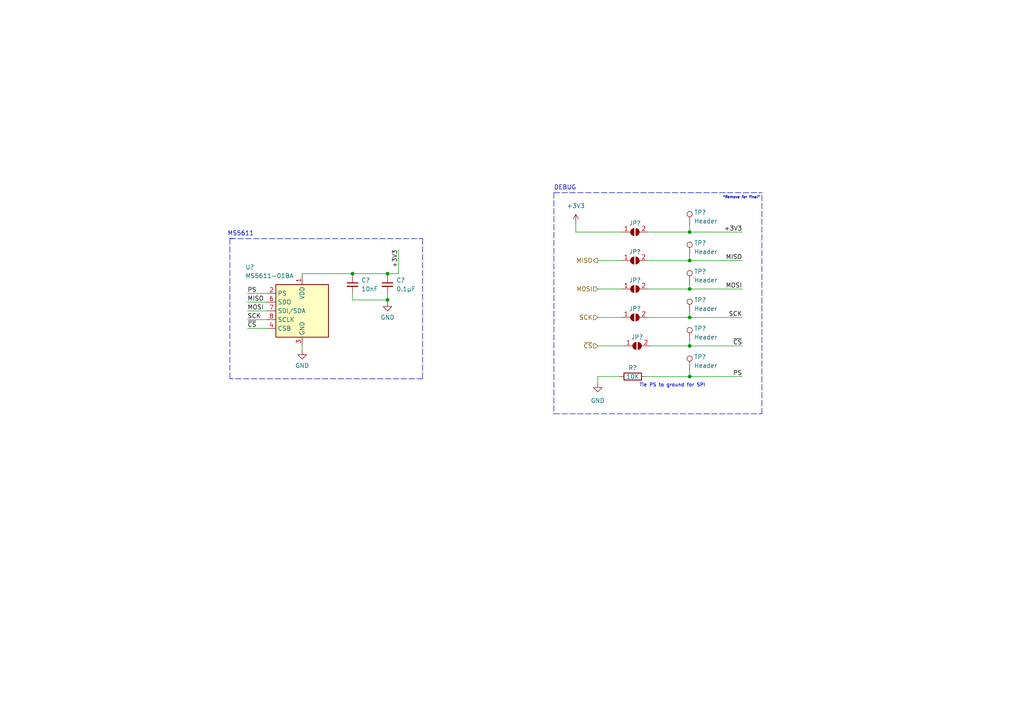
<source format=kicad_sch>
(kicad_sch (version 20211123) (generator eeschema)
  (paper "A4")
  (lib_symbols
    (symbol "Connector:TestPoint" (pin_numbers hide) (pin_names (offset 0.762) hide)
      (property "Reference" "TP" (at 0 6.858 0))
      (property "Value" "TestPoint" (at 0 5.08 0))
      (symbol "TestPoint_0_1"
        (circle (center 0 3.302) (radius 0.762))
      )
      (symbol "TestPoint_1_1"
        (pin passive line (at 0 0 90) (length 2.54) (name "1") (number "1"))
      )
    )
    (symbol "Device:C_Small" (pin_numbers hide) (pin_names (offset 0.254) hide)
      (property "Reference" "C" (at 0.254 1.778 0))
      (property "Value" "C_Small" (at 0.254 -2.032 0))
      (symbol "C_Small_0_1"
        (polyline (pts (xy -1.524 -0.508) (xy 1.524 -0.508)) (stroke (width 0.3302)))
        (polyline (pts (xy -1.524 0.508) (xy 1.524 0.508)) (stroke (width 0.3048)))
      )
      (symbol "C_Small_1_1"
        (pin passive line (at 0 2.54 270) (length 2.032) (name "~") (number "1"))
        (pin passive line (at 0 -2.54 90) (length 2.032) (name "~") (number "2"))
      )
    )
    (symbol "Device:R" (pin_numbers hide) (pin_names (offset 0))
      (property "Reference" "R" (at 2.032 0 90))
      (property "Value" "R" (at 0 0 90))
      (symbol "R_0_1"
        (rectangle (start -1.016 -2.54) (end 1.016 2.54) (stroke (width 0.254)))
      )
      (symbol "R_1_1"
        (pin passive line (at 0 3.81 270) (length 1.27) (name "~") (number "1"))
        (pin passive line (at 0 -3.81 90) (length 1.27) (name "~") (number "2"))
      )
    )
    (symbol "Jumper:SolderJumper_2_Open" (pin_names (offset 0) hide)
      (property "Reference" "JP" (at 0 2.032 0))
      (property "Value" "SolderJumper_2_Open" (at 0 -2.54 0))
      (symbol "SolderJumper_2_Open_0_1"
        (arc (start -0.254 1.016) (mid -1.27 0) (end -0.254 -1.016))
        (arc (start -0.254 1.016) (mid -1.27 0) (end -0.254 -1.016) (fill (type outline)))
        (polyline (pts (xy -0.254 1.016) (xy -0.254 -1.016)))
        (polyline (pts (xy 0.254 1.016) (xy 0.254 -1.016)))
        (arc (start 0.254 -1.016) (mid 1.27 0) (end 0.254 1.016))
        (arc (start 0.254 -1.016) (mid 1.27 0) (end 0.254 1.016) (fill (type outline)))
      )
      (symbol "SolderJumper_2_Open_1_1"
        (pin passive line (at -3.81 0 0) (length 2.54) (name "A") (number "1"))
        (pin passive line (at 3.81 0 180) (length 2.54) (name "B") (number "2"))
      )
    )
    (symbol "Sensor_Pressure:MS5611-01BA"
      (property "Reference" "U" (at -6.35 8.89 0))
      (property "Value" "MS5611-01BA" (at 7.62 8.89 0))
      (symbol "MS5611-01BA_0_1"
        (rectangle (start -7.62 7.62) (end 7.62 -7.62) (stroke (width 0.254)) (fill (type background)))
      )
      (symbol "MS5611-01BA_1_1"
        (pin power_in line (at 0 10.16 270) (length 2.54) (name "VDD") (number "1"))
        (pin input line (at -10.16 5.08 0) (length 2.54) (name "PS") (number "2"))
        (pin power_in line (at 0 -10.16 90) (length 2.54) (name "GND") (number "3"))
        (pin input line (at -10.16 -5.08 0) (length 2.54) (name "CSB") (number "4"))
        (pin input line (at -10.16 -5.08 0) (length 2.54) hide (name "CSB") (number "5"))
        (pin output line (at -10.16 2.54 0) (length 2.54) (name "SDO") (number "6"))
        (pin bidirectional line (at -10.16 0 0) (length 2.54) (name "SDI/SDA") (number "7"))
        (pin input line (at -10.16 -2.54 0) (length 2.54) (name "SCLK") (number "8"))
      )
    )
    (symbol "power:+3V3" (power) (pin_names (offset 0))
      (property "Value" "+3V3" (at 0 3.556 0))
      (symbol "+3V3_0_1"
        (polyline (pts (xy -0.762 1.27) (xy 0 2.54)))
        (polyline (pts (xy 0 0) (xy 0 2.54)))
        (polyline (pts (xy 0 2.54) (xy 0.762 1.27)))
      )
      (symbol "+3V3_1_1"
        (pin power_in line (at 0 0 90) (length 0) hide (name "+3V3") (number "1"))
      )
    )
    (symbol "power:GND" (power) (pin_names (offset 0))
      (property "Value" "GND" (at 0 -3.81 0))
      (symbol "GND_0_1"
        (polyline (pts (xy 0 0) (xy 0 -1.27) (xy 1.27 -1.27) (xy 0 -2.54) (xy -1.27 -1.27) (xy 0 -1.27)))
      )
      (symbol "GND_1_1"
        (pin power_in line (at 0 0 270) (length 0) hide (name "GND") (number "1"))
      )
    )
  )
  (junction (at 112.395 86.995))
  (junction (at 200.025 109.22))
  (junction (at 200.025 83.82))
  (junction (at 200.025 75.565))
  (junction (at 112.395 79.375))
  (junction (at 200.025 92.075))
  (junction (at 102.235 79.375))
  (junction (at 200.025 67.31))
  (junction (at 200.025 100.33))
  (wire (pts (xy 112.395 79.375) (xy 102.235 79.375)))
  (wire (pts (xy 71.755 92.71) (xy 77.47 92.71)))
  (polyline (pts (xy 122.555 109.855) (xy 66.675 109.855)))
  (wire (pts (xy 200.025 82.55) (xy 200.025 83.82)))
  (wire (pts (xy 87.63 79.375) (xy 102.235 79.375)))
  (wire (pts (xy 173.355 75.565) (xy 180.34 75.565)))
  (wire (pts (xy 200.025 74.295) (xy 200.025 75.565)))
  (wire (pts (xy 173.355 83.82) (xy 180.34 83.82)))
  (wire (pts (xy 200.025 75.565) (xy 215.265 75.565)))
  (wire (pts (xy 173.355 92.075) (xy 180.34 92.075)))
  (wire (pts (xy 187.325 109.22) (xy 200.025 109.22)))
  (wire (pts (xy 200.025 107.315) (xy 200.025 109.22)))
  (wire (pts (xy 187.96 67.31) (xy 200.025 67.31)))
  (wire (pts (xy 188.595 100.33) (xy 200.025 100.33)))
  (wire (pts (xy 87.63 100.33) (xy 87.63 101.6)))
  (wire (pts (xy 200.025 99.06) (xy 200.025 100.33)))
  (wire (pts (xy 115.57 72.39) (xy 115.57 79.375)))
  (wire (pts (xy 112.395 80.01) (xy 112.395 79.375)))
  (wire (pts (xy 187.96 75.565) (xy 200.025 75.565)))
  (polyline (pts (xy 66.675 69.215) (xy 67.945 69.215)))
  (polyline (pts (xy 160.655 55.88) (xy 220.98 55.88)))
  (wire (pts (xy 71.755 90.17) (xy 77.47 90.17)))
  (wire (pts (xy 167.005 67.31) (xy 180.34 67.31)))
  (wire (pts (xy 167.005 64.77) (xy 167.005 67.31)))
  (polyline (pts (xy 122.555 69.215) (xy 122.555 109.855)))
  (wire (pts (xy 87.63 80.01) (xy 87.63 79.375)))
  (wire (pts (xy 200.025 109.22) (xy 215.265 109.22)))
  (wire (pts (xy 200.025 67.31) (xy 215.265 67.31)))
  (polyline (pts (xy 160.655 55.88) (xy 160.655 120.015)))
  (wire (pts (xy 200.025 83.82) (xy 215.265 83.82)))
  (wire (pts (xy 200.025 100.33) (xy 215.265 100.33)))
  (polyline (pts (xy 66.675 69.215) (xy 66.675 109.855)))
  (wire (pts (xy 200.025 92.075) (xy 215.265 92.075)))
  (wire (pts (xy 200.025 65.405) (xy 200.025 67.31)))
  (wire (pts (xy 112.395 79.375) (xy 115.57 79.375)))
  (polyline (pts (xy 220.98 120.015) (xy 220.98 55.88)))
  (wire (pts (xy 200.025 90.805) (xy 200.025 92.075)))
  (wire (pts (xy 71.755 95.25) (xy 77.47 95.25)))
  (wire (pts (xy 173.355 100.33) (xy 180.975 100.33)))
  (wire (pts (xy 187.96 92.075) (xy 200.025 92.075)))
  (wire (pts (xy 102.235 79.375) (xy 102.235 80.01)))
  (wire (pts (xy 102.235 85.09) (xy 102.235 86.995)))
  (wire (pts (xy 71.755 87.63) (xy 77.47 87.63)))
  (polyline (pts (xy 160.655 120.015) (xy 220.98 120.015)))
  (wire (pts (xy 102.235 86.995) (xy 112.395 86.995)))
  (wire (pts (xy 187.96 83.82) (xy 200.025 83.82)))
  (wire (pts (xy 173.355 109.22) (xy 173.355 111.125)))
  (wire (pts (xy 173.355 109.22) (xy 179.705 109.22)))
  (wire (pts (xy 71.755 85.09) (xy 77.47 85.09)))
  (polyline (pts (xy 66.675 69.215) (xy 122.555 69.215)))
  (wire (pts (xy 112.395 86.995) (xy 112.395 87.63)))
  (wire (pts (xy 112.395 86.995) (xy 112.395 85.09)))
  (text "DEBUG" (at 160.655 55.245 0) (effects (font (size 1.27 1.27)) (justify left bottom)))
  (text "Tie PS to ground for SPI" (at 185.42 112.395 0) (effects (font (size 1 1)) (justify left bottom)))
  (text "MS5611" (at 73.66 68.58 180) (effects (font (size 1.27 1.27)) (justify right bottom)))
  (text "*Remove for final*" (at 209.55 57.785 0) (effects (font (size 0.75 0.75) italic) (justify left bottom)))
  (label "~{CS}" (at 71.755 95.25 0))
  (label "~{CS}" (at 215.265 100.33 180))
  (label "+3V3" (at 215.265 67.31 180))
  (label "SCK" (at 71.755 92.71 0))
  (label "MISO" (at 71.755 87.63 0))
  (label "MOSI" (at 215.265 83.82 180))
  (label "+3V3" (at 115.57 72.39 270))
  (label "MOSI" (at 71.755 90.17 0))
  (label "SCK" (at 215.265 92.075 180))
  (label "MISO" (at 215.265 75.565 180))
  (label "PS" (at 71.755 85.09 0))
  (label "PS" (at 215.265 109.22 180))
  (hierarchical_label "MISO" (shape output) (at 173.355 75.565 180))
  (hierarchical_label "MOSI" (shape input) (at 173.355 83.82 180))
  (hierarchical_label "SCK" (shape input) (at 173.355 92.075 180))
  (hierarchical_label "~{CS}" (shape input) (at 173.355 100.33 180))
  (symbol (lib_id "Sensor_Pressure:MS5611-01BA") (at 87.63 90.17 0) (unit 1)
    (property "Reference" "U?" (at 71.12 77.47 0) (effects (justify left)))
    (property "Value" "MS5611-01BA" (at 71.12 80.01 0) (effects (justify left)))
    (property "Footprint" "Package_LGA:LGA-8_3x5mm_P1.25mm" (effects hide))
    (property "Datasheet" "https://www.te.com/commerce/DocumentDelivery/DDEController?Action=srchrtrv&DocNm=MS5611-01BA03&DocType=Data+Sheet&DocLang=English" (effects hide))
  )
  (symbol (lib_id "Jumper:SolderJumper_2_Open") (at 184.15 67.31 0) (unit 1)
    (property "Reference" "JP?" (at 184.15 64.77 0))
    (property "Value" "SolderJumper_2_Open" (effects hide))
    (property "Footprint" "Jumper:SolderJumper-2_P1.3mm_Open_RoundedPad1.0x1.5mm" (effects hide))
  )
  (symbol (lib_id "Jumper:SolderJumper_2_Open") (at 184.15 92.075 0) (unit 1)
    (property "Reference" "JP?" (at 184.15 89.535 0))
    (property "Value" "SolderJumper_2_Open" (effects hide))
    (property "Footprint" "Jumper:SolderJumper-2_P1.3mm_Open_RoundedPad1.0x1.5mm" (effects hide))
  )
  (symbol (lib_id "Connector:TestPoint") (at 200.025 82.55 0) (unit 1)
    (property "Reference" "TP?" (at 201.295 78.74 0) (effects (justify left)))
    (property "Value" "Header" (at 201.295 81.28 0) (effects (justify left)))
    (property "Footprint" "Connector_PinHeader_2.54mm:PinHeader_1x01_P2.54mm_Vertical" (effects hide))
  )
  (symbol (lib_id "Connector:TestPoint") (at 200.025 90.805 0) (unit 1)
    (property "Reference" "TP?" (at 201.295 86.995 0) (effects (justify left)))
    (property "Value" "Header" (at 201.295 89.535 0) (effects (justify left)))
    (property "Footprint" "Connector_PinHeader_2.54mm:PinHeader_1x01_P2.54mm_Vertical" (effects hide))
  )
  (symbol (lib_id "Jumper:SolderJumper_2_Open") (at 184.15 83.82 0) (unit 1)
    (property "Reference" "JP?" (at 184.15 81.28 0))
    (property "Value" "SolderJumper_2_Open" (effects hide))
    (property "Footprint" "Jumper:SolderJumper-2_P1.3mm_Open_RoundedPad1.0x1.5mm" (effects hide))
  )
  (symbol (lib_id "Device:C_Small") (at 112.395 82.55 0) (unit 1)
    (property "Reference" "C?" (at 114.935 81.2862 0) (effects (justify left)))
    (property "Value" "0.1μF" (at 114.935 83.8262 0) (effects (justify left)))
  )
  (symbol (lib_id "Jumper:SolderJumper_2_Open") (at 184.15 75.565 0) (unit 1)
    (property "Reference" "JP?" (at 184.15 73.025 0))
    (property "Value" "SolderJumper_2_Open" (effects hide))
    (property "Footprint" "Jumper:SolderJumper-2_P1.3mm_Open_RoundedPad1.0x1.5mm" (effects hide))
  )
  (symbol (lib_id "power:GND") (at 112.395 87.63 0) (unit 1)
    (property "Reference" "#PWR?" (effects hide))
    (property "Value" "GND" (at 112.395 92.075 0))
  )
  (symbol (lib_id "Jumper:SolderJumper_2_Open") (at 184.785 100.33 0) (unit 1)
    (property "Reference" "JP?" (at 184.785 97.79 0))
    (property "Value" "SolderJumper_2_Open" (effects hide))
    (property "Footprint" "Jumper:SolderJumper-2_P1.3mm_Open_RoundedPad1.0x1.5mm" (effects hide))
  )
  (symbol (lib_id "power:+3V3") (at 167.005 64.77 0) (unit 1)
    (property "Reference" "#PWR?" (effects hide))
    (property "Value" "+3V3" (at 167.005 59.69 0))
  )
  (symbol (lib_id "power:GND") (at 173.355 111.125 0) (unit 1)
    (property "Reference" "#PWR?" (effects hide))
    (property "Value" "GND" (at 173.355 116.205 0))
  )
  (symbol (lib_id "Connector:TestPoint") (at 200.025 99.06 0) (unit 1)
    (property "Reference" "TP?" (at 201.295 95.25 0) (effects (justify left)))
    (property "Value" "Header" (at 201.295 97.79 0) (effects (justify left)))
    (property "Footprint" "Connector_PinHeader_2.54mm:PinHeader_1x01_P2.54mm_Vertical" (effects hide))
  )
  (symbol (lib_id "power:GND") (at 87.63 101.6 0) (unit 1)
    (property "Reference" "#PWR?" (effects hide))
    (property "Value" "GND" (at 87.63 106.045 0))
  )
  (symbol (lib_id "Connector:TestPoint") (at 200.025 107.315 0) (unit 1)
    (property "Reference" "TP?" (at 201.295 103.505 0) (effects (justify left)))
    (property "Value" "Header" (at 201.295 106.045 0) (effects (justify left)))
    (property "Footprint" "Connector_PinHeader_2.54mm:PinHeader_1x01_P2.54mm_Vertical" (effects hide))
  )
  (symbol (lib_id "Device:C_Small") (at 102.235 82.55 0) (unit 1)
    (property "Reference" "C?" (at 104.775 81.2862 0) (effects (justify left)))
    (property "Value" "10nF" (at 104.775 83.8262 0) (effects (justify left)))
  )
  (symbol (lib_id "Connector:TestPoint") (at 200.025 74.295 0) (unit 1)
    (property "Reference" "TP?" (at 201.295 70.485 0) (effects (justify left)))
    (property "Value" "Header" (at 201.295 73.025 0) (effects (justify left)))
    (property "Footprint" "Connector_PinHeader_2.54mm:PinHeader_1x01_P2.54mm_Vertical" (effects hide))
  )
  (symbol (lib_id "Connector:TestPoint") (at 200.025 65.405 0) (unit 1)
    (property "Reference" "TP?" (at 201.295 61.595 0) (effects (justify left)))
    (property "Value" "Header" (at 201.295 64.135 0) (effects (justify left)))
    (property "Footprint" "Connector_PinHeader_2.54mm:PinHeader_1x01_P2.54mm_Vertical" (effects hide))
  )
  (symbol (lib_id "Device:R") (at 183.515 109.22 90) (unit 1)
    (property "Reference" "R?" (at 183.515 106.68 90))
    (property "Value" "10K" (at 183.515 109.22 90))
  )
)
</source>
